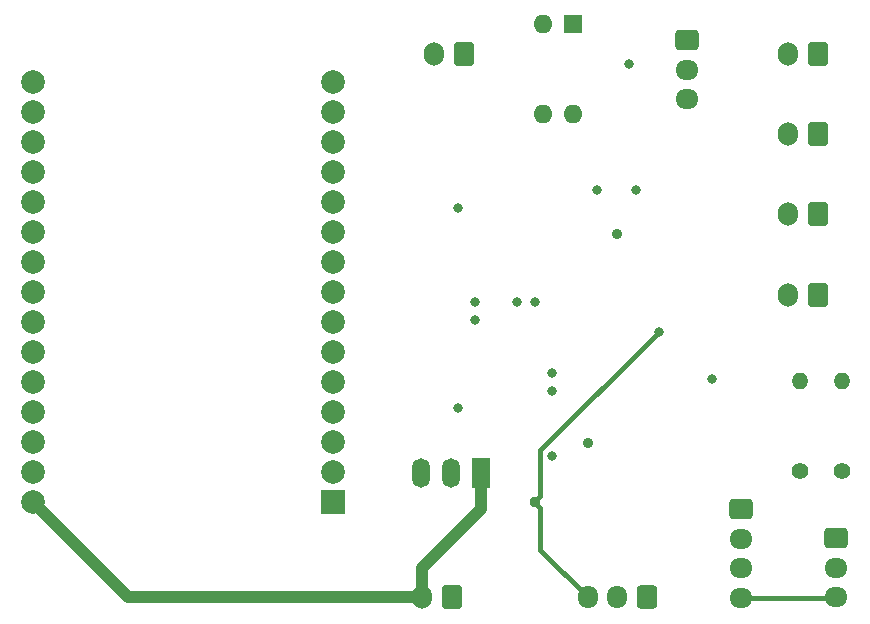
<source format=gbr>
%TF.GenerationSoftware,KiCad,Pcbnew,7.0.8*%
%TF.CreationDate,2024-02-01T14:46:05+01:00*%
%TF.ProjectId,SMD Microcontroller Schematics,534d4420-4d69-4637-926f-636f6e74726f,rev?*%
%TF.SameCoordinates,Original*%
%TF.FileFunction,Copper,L3,Inr*%
%TF.FilePolarity,Positive*%
%FSLAX46Y46*%
G04 Gerber Fmt 4.6, Leading zero omitted, Abs format (unit mm)*
G04 Created by KiCad (PCBNEW 7.0.8) date 2024-02-01 14:46:05*
%MOMM*%
%LPD*%
G01*
G04 APERTURE LIST*
G04 Aperture macros list*
%AMRoundRect*
0 Rectangle with rounded corners*
0 $1 Rounding radius*
0 $2 $3 $4 $5 $6 $7 $8 $9 X,Y pos of 4 corners*
0 Add a 4 corners polygon primitive as box body*
4,1,4,$2,$3,$4,$5,$6,$7,$8,$9,$2,$3,0*
0 Add four circle primitives for the rounded corners*
1,1,$1+$1,$2,$3*
1,1,$1+$1,$4,$5*
1,1,$1+$1,$6,$7*
1,1,$1+$1,$8,$9*
0 Add four rect primitives between the rounded corners*
20,1,$1+$1,$2,$3,$4,$5,0*
20,1,$1+$1,$4,$5,$6,$7,0*
20,1,$1+$1,$6,$7,$8,$9,0*
20,1,$1+$1,$8,$9,$2,$3,0*%
G04 Aperture macros list end*
%TA.AperFunction,ComponentPad*%
%ADD10RoundRect,0.250000X0.600000X0.750000X-0.600000X0.750000X-0.600000X-0.750000X0.600000X-0.750000X0*%
%TD*%
%TA.AperFunction,ComponentPad*%
%ADD11O,1.700000X2.000000*%
%TD*%
%TA.AperFunction,ComponentPad*%
%ADD12RoundRect,0.250000X-0.725000X0.600000X-0.725000X-0.600000X0.725000X-0.600000X0.725000X0.600000X0*%
%TD*%
%TA.AperFunction,ComponentPad*%
%ADD13O,1.950000X1.700000*%
%TD*%
%TA.AperFunction,ComponentPad*%
%ADD14R,2.000000X2.000000*%
%TD*%
%TA.AperFunction,ComponentPad*%
%ADD15C,2.000000*%
%TD*%
%TA.AperFunction,ComponentPad*%
%ADD16R,1.500000X2.500000*%
%TD*%
%TA.AperFunction,ComponentPad*%
%ADD17O,1.500000X2.500000*%
%TD*%
%TA.AperFunction,ComponentPad*%
%ADD18C,1.400000*%
%TD*%
%TA.AperFunction,ComponentPad*%
%ADD19O,1.400000X1.400000*%
%TD*%
%TA.AperFunction,ComponentPad*%
%ADD20RoundRect,0.250000X0.600000X0.725000X-0.600000X0.725000X-0.600000X-0.725000X0.600000X-0.725000X0*%
%TD*%
%TA.AperFunction,ComponentPad*%
%ADD21O,1.700000X1.950000*%
%TD*%
%TA.AperFunction,ComponentPad*%
%ADD22R,1.600000X1.600000*%
%TD*%
%TA.AperFunction,ComponentPad*%
%ADD23O,1.600000X1.600000*%
%TD*%
%TA.AperFunction,ViaPad*%
%ADD24C,0.800000*%
%TD*%
%TA.AperFunction,ViaPad*%
%ADD25C,0.900000*%
%TD*%
%TA.AperFunction,ViaPad*%
%ADD26C,0.950000*%
%TD*%
%TA.AperFunction,Conductor*%
%ADD27C,0.400000*%
%TD*%
%TA.AperFunction,Conductor*%
%ADD28C,1.000000*%
%TD*%
G04 APERTURE END LIST*
D10*
%TO.N,Net-(ESP1-TX0)*%
%TO.C,J2*%
X73000000Y-35000000D03*
D11*
%TO.N,Net-(ESP1-RX0)*%
X70500000Y-35000000D03*
%TD*%
D12*
%TO.N,GND*%
%TO.C,J10*%
X104500000Y-76000000D03*
D13*
%TO.N,Net-(J10-Pin_2)*%
X104500000Y-78500000D03*
%TO.N,5V*%
X104500000Y-81000000D03*
%TD*%
D10*
%TO.N,GND*%
%TO.C,J5*%
X103000000Y-41775000D03*
D11*
%TO.N,Net-(J5-Pin_2)*%
X100500000Y-41775000D03*
%TD*%
D14*
%TO.N,3.3V*%
%TO.C,ESP1*%
X61900000Y-72915000D03*
D15*
%TO.N,GND*%
X61900000Y-70375000D03*
%TO.N,Net-(ESP1-D15)*%
X61900000Y-67835000D03*
%TO.N,Net-(ESP1-D2)*%
X61900000Y-65295000D03*
%TO.N,Net-(ESP1-D4)*%
X61900000Y-62755000D03*
%TO.N,unconnected-(ESP1-RX2-Pad6)*%
X61900000Y-60215000D03*
%TO.N,unconnected-(ESP1-TX2-Pad7)*%
X61900000Y-57675000D03*
%TO.N,Net-(ESP1-D5)*%
X61900000Y-55135000D03*
%TO.N,Net-(ESP1-D18)*%
X61900000Y-52595000D03*
%TO.N,GP19*%
X61900000Y-50055000D03*
%TO.N,SDA*%
X61900000Y-47515000D03*
%TO.N,Net-(ESP1-RX0)*%
X61900000Y-44975000D03*
%TO.N,Net-(ESP1-TX0)*%
X61900000Y-42435000D03*
%TO.N,SCL*%
X61900000Y-39895000D03*
%TO.N,GPIO 27 - PWM*%
X61900000Y-37355000D03*
%TO.N,unconnected-(ESP1-EN-Pad16)*%
X36500000Y-37355000D03*
%TO.N,unconnected-(ESP1-VP-Pad17)*%
X36500000Y-39895000D03*
%TO.N,unconnected-(ESP1-VN-Pad18)*%
X36500000Y-42435000D03*
%TO.N,/D34*%
X36500000Y-44975000D03*
%TO.N,/D35*%
X36500000Y-47515000D03*
%TO.N,/D32*%
X36500000Y-50055000D03*
%TO.N,/D33*%
X36500000Y-52595000D03*
%TO.N,/D25*%
X36500000Y-55135000D03*
%TO.N,/D26*%
X36500000Y-57675000D03*
%TO.N,/D27*%
X36500000Y-60215000D03*
%TO.N,Net-(ESP1-D14)*%
X36500000Y-62755000D03*
%TO.N,Net-(ESP1-D12)*%
X36500000Y-65295000D03*
%TO.N,Net-(ESP1-D13)*%
X36500000Y-67835000D03*
%TO.N,GND*%
X36500000Y-70375000D03*
%TO.N,9V*%
X36500000Y-72915000D03*
%TD*%
D10*
%TO.N,GND*%
%TO.C,J4*%
X103000000Y-35000000D03*
D11*
%TO.N,Net-(J4-Pin_2)*%
X100500000Y-35000000D03*
%TD*%
D10*
%TO.N,GND*%
%TO.C,J7*%
X103000000Y-48575000D03*
D11*
%TO.N,Motor Controller Temp*%
X100500000Y-48575000D03*
%TD*%
D16*
%TO.N,9V*%
%TO.C,U1*%
X74500000Y-70500000D03*
D17*
%TO.N,GND*%
X71960000Y-70500000D03*
%TO.N,5V*%
X69420000Y-70500000D03*
%TD*%
D18*
%TO.N,Net-(J8-Pin_2)*%
%TO.C,R20*%
X105000000Y-70310000D03*
D19*
%TO.N,Net-(R20-Pad2)*%
X105000000Y-62690000D03*
%TD*%
D12*
%TO.N,/MotorGND*%
%TO.C,J9*%
X91950000Y-33825000D03*
D13*
%TO.N,/Data*%
X91950000Y-36325000D03*
%TO.N,/Motor5V*%
X91950000Y-38825000D03*
%TD*%
D18*
%TO.N,GND*%
%TO.C,R21*%
X101500000Y-70310000D03*
D19*
%TO.N,Net-(R20-Pad2)*%
X101500000Y-62690000D03*
%TD*%
D10*
%TO.N,GND*%
%TO.C,J6*%
X103000000Y-55375000D03*
D11*
%TO.N,Motor Temp*%
X100500000Y-55375000D03*
%TD*%
D12*
%TO.N,GND*%
%TO.C,J8*%
X96500000Y-73525000D03*
D13*
%TO.N,Net-(J8-Pin_2)*%
X96500000Y-76025000D03*
%TO.N,Net-(J8-Pin_3)*%
X96500000Y-78525000D03*
%TO.N,5V*%
X96500000Y-81025000D03*
%TD*%
D10*
%TO.N,GND*%
%TO.C,J1*%
X72000000Y-81000000D03*
D11*
%TO.N,9V*%
X69500000Y-81000000D03*
%TD*%
D20*
%TO.N,GND*%
%TO.C,J3*%
X88500000Y-81000000D03*
D21*
%TO.N,GP19*%
X86000000Y-81000000D03*
%TO.N,3.3V*%
X83500000Y-81000000D03*
%TD*%
D22*
%TO.N,GPIO 27 - PWM*%
%TO.C,U3*%
X82275000Y-32500000D03*
D23*
%TO.N,Net-(R13-Pad2)*%
X79735000Y-32500000D03*
%TO.N,/Data*%
X79735000Y-40120000D03*
%TO.N,/Motor5V*%
X82275000Y-40120000D03*
%TD*%
D24*
%TO.N,GND*%
X87000000Y-35812751D03*
X72500000Y-65000000D03*
X80500000Y-69000000D03*
X72500000Y-48000000D03*
X94000000Y-62500000D03*
D25*
X86000000Y-50200000D03*
D24*
%TO.N,3.3V*%
X89500000Y-58500000D03*
D26*
X79000000Y-72915000D03*
D25*
%TO.N,5V*%
X83547655Y-67952345D03*
D24*
%TO.N,SCL*%
X79000000Y-56000000D03*
X74000000Y-57500000D03*
%TO.N,SDA*%
X77500000Y-56000000D03*
X74000000Y-56000000D03*
%TO.N,Net-(J4-Pin_2)*%
X84325000Y-46500000D03*
%TO.N,Net-(J5-Pin_2)*%
X87587500Y-46500000D03*
%TO.N,GND*%
X80500000Y-62000000D03*
X80500000Y-63500000D03*
%TD*%
D27*
%TO.N,3.3V*%
X79500000Y-73415000D02*
X79500000Y-77000000D01*
X79000000Y-72915000D02*
X79500000Y-73415000D01*
X79500000Y-72415000D02*
X79500000Y-68500000D01*
X79500000Y-68500000D02*
X89500000Y-58500000D01*
X79500000Y-77000000D02*
X83500000Y-81000000D01*
X79000000Y-72915000D02*
X79500000Y-72415000D01*
D28*
%TO.N,9V*%
X69500000Y-81000000D02*
X69500000Y-78500000D01*
X44585000Y-81000000D02*
X36500000Y-72915000D01*
X69500000Y-78500000D02*
X74500000Y-73500000D01*
X69500000Y-81000000D02*
X44585000Y-81000000D01*
X74500000Y-73500000D02*
X74500000Y-70500000D01*
D27*
%TO.N,5V*%
X104475000Y-81025000D02*
X104500000Y-81000000D01*
X96500000Y-81025000D02*
X104475000Y-81025000D01*
%TD*%
M02*

</source>
